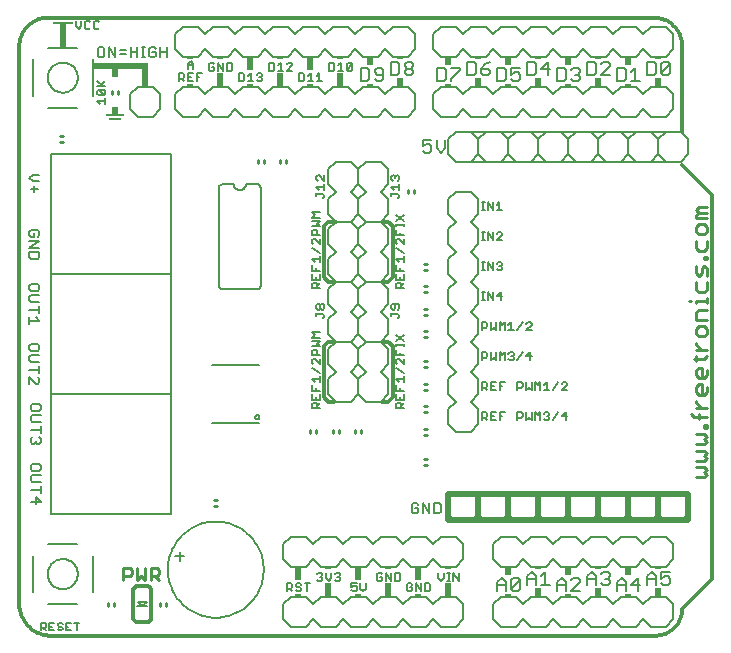
<source format=gto>
G75*
G70*
%OFA0B0*%
%FSLAX24Y24*%
%IPPOS*%
%LPD*%
%AMOC8*
5,1,8,0,0,1.08239X$1,22.5*
%
%ADD10C,0.0190*%
%ADD11C,0.0080*%
%ADD12C,0.0120*%
%ADD13C,0.0090*%
%ADD14C,0.0050*%
%ADD15C,0.0070*%
%ADD16C,0.0060*%
%ADD17R,0.0200X0.0450*%
%ADD18R,0.0200X0.0100*%
%ADD19R,0.0200X0.0300*%
%ADD20R,0.0200X0.0730*%
%ADD21R,0.1900X0.0200*%
%ADD22R,0.0200X0.0820*%
%ADD23R,0.0600X0.0090*%
%ADD24R,0.0405X0.0090*%
%ADD25R,0.0200X0.0250*%
%ADD26R,0.0700X0.0090*%
%ADD27C,0.0100*%
D10*
X014680Y004250D02*
X022680Y004250D01*
X022680Y004280D02*
X022680Y005080D01*
X022680Y005110D02*
X014680Y005110D01*
X014680Y005080D02*
X014680Y004280D01*
X015680Y004280D02*
X015680Y005080D01*
X016680Y005080D02*
X016680Y004280D01*
X017680Y004280D02*
X017680Y005080D01*
X018680Y005080D02*
X018680Y004280D01*
X019680Y004280D02*
X019680Y005080D01*
X020680Y005080D02*
X020680Y004280D01*
X021680Y004280D02*
X021680Y005080D01*
D11*
X021680Y004930D02*
X021430Y005180D01*
X020930Y005180D01*
X020680Y004930D01*
X020430Y005180D01*
X019930Y005180D01*
X019680Y004930D01*
X019430Y005180D01*
X018930Y005180D01*
X018680Y004930D01*
X018430Y005180D01*
X017930Y005180D01*
X017680Y004930D01*
X017430Y005180D01*
X016930Y005180D01*
X016680Y004930D01*
X016430Y005180D01*
X015930Y005180D01*
X015680Y004930D01*
X015430Y005180D01*
X014930Y005180D01*
X014680Y004930D01*
X014680Y004430D01*
X014930Y004180D01*
X015430Y004180D01*
X015680Y004430D01*
X015930Y004180D01*
X016430Y004180D01*
X016680Y004430D01*
X016930Y004180D01*
X017430Y004180D01*
X017680Y004430D01*
X017930Y004180D01*
X018430Y004180D01*
X018680Y004430D01*
X018930Y004180D01*
X019430Y004180D01*
X019680Y004430D01*
X019930Y004180D01*
X020430Y004180D01*
X020680Y004430D01*
X020930Y004180D01*
X021430Y004180D01*
X021680Y004430D01*
X021930Y004180D01*
X022430Y004180D01*
X022680Y004430D01*
X022680Y004930D01*
X022430Y005180D01*
X021930Y005180D01*
X021680Y004930D01*
X021430Y003680D02*
X021930Y003680D01*
X022180Y003430D01*
X022180Y002930D01*
X021930Y002680D01*
X021430Y002680D01*
X021180Y002930D01*
X020930Y002680D01*
X020430Y002680D01*
X020180Y002930D01*
X019930Y002680D01*
X019430Y002680D01*
X019180Y002930D01*
X018930Y002680D01*
X018430Y002680D01*
X018180Y002930D01*
X017930Y002680D01*
X017430Y002680D01*
X017180Y002930D01*
X016930Y002680D01*
X016430Y002680D01*
X016180Y002930D01*
X016180Y003430D01*
X016430Y003680D01*
X016930Y003680D01*
X017180Y003430D01*
X017430Y003680D01*
X017930Y003680D01*
X018180Y003430D01*
X018430Y003680D01*
X018930Y003680D01*
X019180Y003430D01*
X019430Y003680D01*
X019930Y003680D01*
X020180Y003430D01*
X020430Y003680D01*
X020930Y003680D01*
X021180Y003430D01*
X021430Y003680D01*
X021430Y001680D02*
X021930Y001680D01*
X022180Y001430D01*
X022180Y000930D01*
X021930Y000680D01*
X021430Y000680D01*
X021180Y000930D01*
X020930Y000680D01*
X020430Y000680D01*
X020180Y000930D01*
X019930Y000680D01*
X019430Y000680D01*
X019180Y000930D01*
X018930Y000680D01*
X018430Y000680D01*
X018180Y000930D01*
X017930Y000680D01*
X017430Y000680D01*
X017180Y000930D01*
X016930Y000680D01*
X016430Y000680D01*
X016180Y000930D01*
X016180Y001430D01*
X016430Y001680D01*
X016930Y001680D01*
X017180Y001430D01*
X017430Y001680D01*
X017930Y001680D01*
X018180Y001430D01*
X018430Y001680D01*
X018930Y001680D01*
X019180Y001430D01*
X019430Y001680D01*
X019930Y001680D01*
X020180Y001430D01*
X020430Y001680D01*
X020930Y001680D01*
X021180Y001430D01*
X021430Y001680D01*
X015180Y001430D02*
X015180Y000930D01*
X014930Y000680D01*
X014430Y000680D01*
X014180Y000930D01*
X013930Y000680D01*
X013430Y000680D01*
X013180Y000930D01*
X012930Y000680D01*
X012430Y000680D01*
X012180Y000930D01*
X011930Y000680D01*
X011430Y000680D01*
X011180Y000930D01*
X010930Y000680D01*
X010430Y000680D01*
X010180Y000930D01*
X009930Y000680D01*
X009430Y000680D01*
X009180Y000930D01*
X009180Y001430D01*
X009430Y001680D01*
X009930Y001680D01*
X010180Y001430D01*
X010430Y001680D01*
X010930Y001680D01*
X011180Y001430D01*
X011430Y001680D01*
X011930Y001680D01*
X012180Y001430D01*
X012430Y001680D01*
X012930Y001680D01*
X013180Y001430D01*
X013430Y001680D01*
X013930Y001680D01*
X014180Y001430D01*
X014430Y001680D01*
X014930Y001680D01*
X015180Y001430D01*
X014930Y002680D02*
X014430Y002680D01*
X014180Y002930D01*
X013930Y002680D01*
X013430Y002680D01*
X013180Y002930D01*
X012930Y002680D01*
X012430Y002680D01*
X012180Y002930D01*
X011930Y002680D01*
X011430Y002680D01*
X011180Y002930D01*
X010930Y002680D01*
X010430Y002680D01*
X010180Y002930D01*
X009930Y002680D01*
X009430Y002680D01*
X009180Y002930D01*
X009180Y003430D01*
X009430Y003680D01*
X009930Y003680D01*
X010180Y003430D01*
X010430Y003680D01*
X010930Y003680D01*
X011180Y003430D01*
X011430Y003680D01*
X011930Y003680D01*
X012180Y003430D01*
X012430Y003680D01*
X012930Y003680D01*
X013180Y003430D01*
X013430Y003680D01*
X013930Y003680D01*
X014180Y003430D01*
X014430Y003680D01*
X014930Y003680D01*
X015180Y003430D01*
X015180Y002930D01*
X014930Y002680D01*
X014930Y007180D02*
X014680Y007430D01*
X014680Y007930D01*
X014930Y008180D01*
X014680Y008430D01*
X014680Y008930D01*
X014930Y009180D01*
X014680Y009430D01*
X014680Y009930D01*
X014930Y010180D01*
X014680Y010430D01*
X014680Y010930D01*
X014930Y011180D01*
X014680Y011430D01*
X014680Y011930D01*
X014930Y012180D01*
X014680Y012430D01*
X014680Y012930D01*
X014930Y013180D01*
X014680Y013430D01*
X014680Y013930D01*
X014930Y014180D01*
X014680Y014430D01*
X014680Y014930D01*
X014930Y015180D01*
X015430Y015180D01*
X015680Y014930D01*
X015680Y014430D01*
X015430Y014180D01*
X015680Y013930D01*
X015680Y013430D01*
X015430Y013180D01*
X015680Y012930D01*
X015680Y012430D01*
X015430Y012180D01*
X015680Y011930D01*
X015680Y011430D01*
X015430Y011180D01*
X015680Y010930D01*
X015680Y010430D01*
X015430Y010180D01*
X015680Y009930D01*
X015680Y009430D01*
X015430Y009180D01*
X015680Y008930D01*
X015680Y008430D01*
X015430Y008180D01*
X015680Y007930D01*
X015680Y007430D01*
X015430Y007180D01*
X014930Y007180D01*
X012680Y008430D02*
X012680Y008930D01*
X012430Y009180D01*
X012680Y009430D01*
X012680Y009930D01*
X012430Y010180D01*
X011930Y010180D01*
X011680Y009930D01*
X011680Y009430D01*
X011930Y009180D01*
X011680Y008930D01*
X011680Y008430D01*
X011930Y008180D01*
X012430Y008180D01*
X012680Y008430D01*
X011680Y008430D02*
X011430Y008180D01*
X010930Y008180D01*
X010680Y008430D01*
X010680Y008930D01*
X010930Y009180D01*
X010680Y009430D01*
X010680Y009930D01*
X010930Y010180D01*
X011430Y010180D01*
X011680Y010430D01*
X011680Y010930D01*
X011930Y011180D01*
X011680Y011430D01*
X011680Y011930D01*
X011930Y012180D01*
X011680Y012430D01*
X011680Y012930D01*
X011930Y013180D01*
X011680Y013430D01*
X011680Y013930D01*
X011930Y014180D01*
X012430Y014180D01*
X012680Y013930D01*
X012680Y013430D01*
X012430Y013180D01*
X012680Y012930D01*
X012680Y012430D01*
X012430Y012180D01*
X011930Y012180D01*
X012430Y012180D01*
X012680Y011930D01*
X012680Y011430D01*
X012430Y011180D01*
X012680Y010930D01*
X012680Y010430D01*
X012430Y010180D01*
X011930Y010180D01*
X011680Y010430D01*
X011680Y010930D01*
X011430Y011180D01*
X011680Y011430D01*
X011680Y011930D01*
X011430Y012180D01*
X010930Y012180D01*
X010680Y012430D01*
X010680Y012930D01*
X010930Y013180D01*
X010680Y013430D01*
X010680Y013930D01*
X010930Y014180D01*
X011430Y014180D01*
X011680Y014430D01*
X011680Y014930D01*
X011930Y015180D01*
X011680Y015430D01*
X011680Y015930D01*
X011930Y016180D01*
X012430Y016180D01*
X012680Y015930D01*
X012680Y015430D01*
X012430Y015180D01*
X012680Y014930D01*
X012680Y014430D01*
X012430Y014180D01*
X011930Y014180D01*
X011680Y014430D01*
X011680Y014930D01*
X011430Y015180D01*
X011680Y015430D01*
X011680Y015930D01*
X011430Y016180D01*
X010930Y016180D01*
X010680Y015930D01*
X010680Y015430D01*
X010930Y015180D01*
X010680Y014930D01*
X010680Y014430D01*
X010930Y014180D01*
X011430Y014180D01*
X011680Y013930D01*
X011680Y013430D01*
X011430Y013180D01*
X011680Y012930D01*
X011680Y012430D01*
X011430Y012180D01*
X010930Y012180D01*
X010680Y011930D01*
X010680Y011430D01*
X010930Y011180D01*
X010680Y010930D01*
X010680Y010430D01*
X010930Y010180D01*
X011430Y010180D01*
X011680Y009930D01*
X011680Y009430D01*
X011430Y009180D01*
X011680Y008930D01*
X011680Y008430D01*
X004630Y001500D02*
X004330Y001500D01*
X004480Y001360D01*
X004650Y001360D01*
X004630Y001500D02*
X004480Y001359D01*
X004480Y001360D02*
X004310Y001360D01*
X002830Y001824D02*
X002830Y003036D01*
X002318Y003430D02*
X001342Y003430D01*
X000830Y003036D02*
X000830Y001824D01*
X001330Y001430D02*
X002318Y001430D01*
X001330Y002430D02*
X001332Y002474D01*
X001338Y002518D01*
X001348Y002561D01*
X001361Y002603D01*
X001378Y002644D01*
X001399Y002683D01*
X001423Y002720D01*
X001450Y002755D01*
X001480Y002787D01*
X001513Y002817D01*
X001549Y002843D01*
X001586Y002867D01*
X001626Y002886D01*
X001667Y002903D01*
X001710Y002915D01*
X001753Y002924D01*
X001797Y002929D01*
X001841Y002930D01*
X001885Y002927D01*
X001929Y002920D01*
X001972Y002909D01*
X002014Y002895D01*
X002054Y002877D01*
X002093Y002855D01*
X002129Y002831D01*
X002163Y002803D01*
X002195Y002772D01*
X002224Y002738D01*
X002250Y002702D01*
X002272Y002664D01*
X002291Y002624D01*
X002306Y002582D01*
X002318Y002540D01*
X002326Y002496D01*
X002330Y002452D01*
X002330Y002408D01*
X002326Y002364D01*
X002318Y002320D01*
X002306Y002278D01*
X002291Y002236D01*
X002272Y002196D01*
X002250Y002158D01*
X002224Y002122D01*
X002195Y002088D01*
X002163Y002057D01*
X002129Y002029D01*
X002093Y002005D01*
X002054Y001983D01*
X002014Y001965D01*
X001972Y001951D01*
X001929Y001940D01*
X001885Y001933D01*
X001841Y001930D01*
X001797Y001931D01*
X001753Y001936D01*
X001710Y001945D01*
X001667Y001957D01*
X001626Y001974D01*
X001586Y001993D01*
X001549Y002017D01*
X001513Y002043D01*
X001480Y002073D01*
X001450Y002105D01*
X001423Y002140D01*
X001399Y002177D01*
X001378Y002216D01*
X001361Y002257D01*
X001348Y002299D01*
X001338Y002342D01*
X001332Y002386D01*
X001330Y002430D01*
X014930Y016180D02*
X014680Y016430D01*
X014680Y016930D01*
X014930Y017180D01*
X015430Y017180D01*
X015680Y016930D01*
X015930Y017180D01*
X016430Y017180D01*
X016680Y016930D01*
X016930Y017180D01*
X017430Y017180D01*
X017680Y016930D01*
X017930Y017180D01*
X018430Y017180D01*
X018680Y016930D01*
X018930Y017180D01*
X019430Y017180D01*
X019680Y016930D01*
X019930Y017180D01*
X020430Y017180D01*
X020680Y016930D01*
X020930Y017180D01*
X021430Y017180D01*
X021680Y016930D01*
X021930Y017180D01*
X022430Y017180D01*
X022680Y016930D01*
X022680Y016430D01*
X022430Y016180D01*
X021930Y016180D01*
X021680Y016430D01*
X021430Y016180D01*
X020930Y016180D01*
X020680Y016430D01*
X020430Y016180D01*
X019930Y016180D01*
X019680Y016430D01*
X019430Y016180D01*
X018930Y016180D01*
X018680Y016430D01*
X018430Y016180D01*
X017930Y016180D01*
X017680Y016430D01*
X017430Y016180D01*
X016930Y016180D01*
X016680Y016430D01*
X016430Y016180D01*
X015930Y016180D01*
X015680Y016430D01*
X015430Y016180D01*
X014930Y016180D01*
X022180Y016180D01*
X021680Y016430D02*
X021680Y016930D01*
X022180Y017180D02*
X014930Y017180D01*
X014680Y016930D02*
X014680Y016430D01*
X014571Y016620D02*
X014431Y016480D01*
X014290Y016620D01*
X014290Y016900D01*
X014110Y016900D02*
X013830Y016900D01*
X013830Y016690D01*
X013970Y016760D01*
X014040Y016760D01*
X014110Y016690D01*
X014110Y016550D01*
X014040Y016480D01*
X013900Y016480D01*
X013830Y016550D01*
X014571Y016620D02*
X014571Y016900D01*
X014430Y017680D02*
X014180Y017930D01*
X014180Y018430D01*
X014430Y018680D01*
X014930Y018680D01*
X015180Y018430D01*
X015430Y018680D01*
X015930Y018680D01*
X016180Y018430D01*
X016430Y018680D01*
X016930Y018680D01*
X017180Y018430D01*
X017430Y018680D01*
X017930Y018680D01*
X018180Y018430D01*
X018430Y018680D01*
X018930Y018680D01*
X019180Y018430D01*
X019430Y018680D01*
X019930Y018680D01*
X020180Y018430D01*
X020430Y018680D01*
X020930Y018680D01*
X021180Y018430D01*
X021430Y018680D01*
X021930Y018680D01*
X022180Y018430D01*
X022180Y017930D01*
X021930Y017680D01*
X021430Y017680D01*
X021180Y017930D01*
X020930Y017680D01*
X020430Y017680D01*
X020180Y017930D01*
X019930Y017680D01*
X019430Y017680D01*
X019180Y017930D01*
X018930Y017680D01*
X018430Y017680D01*
X018180Y017930D01*
X017930Y017680D01*
X017430Y017680D01*
X017180Y017930D01*
X016930Y017680D01*
X016430Y017680D01*
X016180Y017930D01*
X015930Y017680D01*
X015430Y017680D01*
X015180Y017930D01*
X014930Y017680D01*
X014430Y017680D01*
X013580Y017930D02*
X013580Y018430D01*
X013330Y018680D01*
X012830Y018680D01*
X012580Y018430D01*
X012330Y018680D01*
X011830Y018680D01*
X011580Y018430D01*
X011330Y018680D01*
X010830Y018680D01*
X010580Y018430D01*
X010330Y018680D01*
X009830Y018680D01*
X009580Y018430D01*
X009330Y018680D01*
X008830Y018680D01*
X008580Y018430D01*
X008330Y018680D01*
X007830Y018680D01*
X007580Y018430D01*
X007330Y018680D01*
X006830Y018680D01*
X006580Y018430D01*
X006330Y018680D01*
X005830Y018680D01*
X005580Y018430D01*
X005580Y017930D01*
X005830Y017680D01*
X006330Y017680D01*
X006580Y017930D01*
X006830Y017680D01*
X007330Y017680D01*
X007580Y017930D01*
X007830Y017680D01*
X008330Y017680D01*
X008580Y017930D01*
X008830Y017680D01*
X009330Y017680D01*
X009580Y017930D01*
X009830Y017680D01*
X010330Y017680D01*
X010580Y017930D01*
X010830Y017680D01*
X011330Y017680D01*
X011580Y017930D01*
X011830Y017680D01*
X012330Y017680D01*
X012580Y017930D01*
X012830Y017680D01*
X013330Y017680D01*
X013580Y017930D01*
X013330Y019680D02*
X012830Y019680D01*
X012580Y019930D01*
X012330Y019680D01*
X011830Y019680D01*
X011580Y019930D01*
X011330Y019680D01*
X010830Y019680D01*
X010580Y019930D01*
X010330Y019680D01*
X009830Y019680D01*
X009580Y019930D01*
X009330Y019680D01*
X008830Y019680D01*
X008580Y019930D01*
X008330Y019680D01*
X007830Y019680D01*
X007580Y019930D01*
X007330Y019680D01*
X006830Y019680D01*
X006580Y019930D01*
X006330Y019680D01*
X005830Y019680D01*
X005580Y019930D01*
X005580Y020430D01*
X005830Y020680D01*
X006330Y020680D01*
X006580Y020430D01*
X006830Y020680D01*
X007330Y020680D01*
X007580Y020430D01*
X007830Y020680D01*
X008330Y020680D01*
X008580Y020430D01*
X008830Y020680D01*
X009330Y020680D01*
X009580Y020430D01*
X009830Y020680D01*
X010330Y020680D01*
X010580Y020430D01*
X010830Y020680D01*
X011330Y020680D01*
X011580Y020430D01*
X011830Y020680D01*
X012330Y020680D01*
X012580Y020430D01*
X012830Y020680D01*
X013330Y020680D01*
X013580Y020430D01*
X013580Y019930D01*
X013330Y019680D01*
X014180Y019930D02*
X014180Y020430D01*
X014430Y020680D01*
X014930Y020680D01*
X015180Y020430D01*
X015430Y020680D01*
X015930Y020680D01*
X016180Y020430D01*
X016430Y020680D01*
X016930Y020680D01*
X017180Y020430D01*
X017430Y020680D01*
X017930Y020680D01*
X018180Y020430D01*
X018430Y020680D01*
X018930Y020680D01*
X019180Y020430D01*
X019430Y020680D01*
X019930Y020680D01*
X020180Y020430D01*
X020430Y020680D01*
X020930Y020680D01*
X021180Y020430D01*
X021430Y020680D01*
X021930Y020680D01*
X022180Y020430D01*
X022180Y019930D01*
X021930Y019680D01*
X021430Y019680D01*
X021180Y019930D01*
X020930Y019680D01*
X020430Y019680D01*
X020180Y019930D01*
X019930Y019680D01*
X019430Y019680D01*
X019180Y019930D01*
X018930Y019680D01*
X018430Y019680D01*
X018180Y019930D01*
X017930Y019680D01*
X017430Y019680D01*
X017180Y019930D01*
X016930Y019680D01*
X016430Y019680D01*
X016180Y019930D01*
X015930Y019680D01*
X015430Y019680D01*
X015180Y019930D01*
X014930Y019680D01*
X014430Y019680D01*
X014180Y019930D01*
X015680Y016930D02*
X015680Y016430D01*
X016680Y016430D02*
X016680Y016930D01*
X017680Y016930D02*
X017680Y016430D01*
X018680Y016430D02*
X018680Y016930D01*
X019680Y016930D02*
X019680Y016430D01*
X020680Y016430D02*
X020680Y016930D01*
X005080Y017930D02*
X005080Y018430D01*
X004830Y018680D01*
X004330Y018680D01*
X004080Y018430D01*
X004080Y017930D01*
X004330Y017680D01*
X004830Y017680D01*
X005080Y017930D01*
X002830Y018374D02*
X002830Y019586D01*
X002318Y019980D02*
X001342Y019980D01*
X000830Y019586D02*
X000830Y018374D01*
X001330Y017980D02*
X002318Y017980D01*
X001330Y018980D02*
X001332Y019024D01*
X001338Y019068D01*
X001348Y019111D01*
X001361Y019153D01*
X001378Y019194D01*
X001399Y019233D01*
X001423Y019270D01*
X001450Y019305D01*
X001480Y019337D01*
X001513Y019367D01*
X001549Y019393D01*
X001586Y019417D01*
X001626Y019436D01*
X001667Y019453D01*
X001710Y019465D01*
X001753Y019474D01*
X001797Y019479D01*
X001841Y019480D01*
X001885Y019477D01*
X001929Y019470D01*
X001972Y019459D01*
X002014Y019445D01*
X002054Y019427D01*
X002093Y019405D01*
X002129Y019381D01*
X002163Y019353D01*
X002195Y019322D01*
X002224Y019288D01*
X002250Y019252D01*
X002272Y019214D01*
X002291Y019174D01*
X002306Y019132D01*
X002318Y019090D01*
X002326Y019046D01*
X002330Y019002D01*
X002330Y018958D01*
X002326Y018914D01*
X002318Y018870D01*
X002306Y018828D01*
X002291Y018786D01*
X002272Y018746D01*
X002250Y018708D01*
X002224Y018672D01*
X002195Y018638D01*
X002163Y018607D01*
X002129Y018579D01*
X002093Y018555D01*
X002054Y018533D01*
X002014Y018515D01*
X001972Y018501D01*
X001929Y018490D01*
X001885Y018483D01*
X001841Y018480D01*
X001797Y018481D01*
X001753Y018486D01*
X001710Y018495D01*
X001667Y018507D01*
X001626Y018524D01*
X001586Y018543D01*
X001549Y018567D01*
X001513Y018593D01*
X001480Y018623D01*
X001450Y018655D01*
X001423Y018690D01*
X001399Y018727D01*
X001378Y018766D01*
X001361Y018807D01*
X001348Y018849D01*
X001338Y018892D01*
X001332Y018936D01*
X001330Y018980D01*
D12*
X000380Y020030D02*
X000384Y020091D01*
X000391Y020152D01*
X000402Y020212D01*
X000417Y020272D01*
X000436Y020330D01*
X000458Y020387D01*
X000484Y020443D01*
X000513Y020496D01*
X000545Y020548D01*
X000581Y020598D01*
X000620Y020646D01*
X000662Y020690D01*
X000706Y020733D01*
X000753Y020772D01*
X000802Y020808D01*
X000854Y020841D01*
X000907Y020871D01*
X000963Y020898D01*
X001019Y020920D01*
X001078Y020940D01*
X001137Y020955D01*
X001197Y020967D01*
X001258Y020975D01*
X001319Y020979D01*
X001380Y020980D01*
X021480Y020980D01*
X022480Y020080D02*
X022480Y017180D01*
X022480Y016080D02*
X023480Y015080D01*
X023480Y002280D01*
X022480Y001280D01*
X022478Y001221D01*
X022472Y001163D01*
X022463Y001104D01*
X022449Y001047D01*
X022432Y000991D01*
X022411Y000936D01*
X022387Y000882D01*
X022359Y000830D01*
X022328Y000780D01*
X022294Y000732D01*
X022257Y000687D01*
X022216Y000644D01*
X022173Y000603D01*
X022128Y000566D01*
X022080Y000532D01*
X022030Y000501D01*
X021978Y000473D01*
X021924Y000449D01*
X021869Y000428D01*
X021813Y000411D01*
X021756Y000397D01*
X021697Y000388D01*
X021639Y000382D01*
X021580Y000380D01*
X001480Y000380D01*
X001417Y000379D01*
X001353Y000382D01*
X001290Y000388D01*
X001227Y000399D01*
X001165Y000413D01*
X001104Y000431D01*
X001045Y000452D01*
X000986Y000477D01*
X000930Y000506D01*
X000875Y000538D01*
X000822Y000573D01*
X000771Y000611D01*
X000723Y000652D01*
X000677Y000696D01*
X000634Y000743D01*
X000594Y000792D01*
X000557Y000844D01*
X000524Y000898D01*
X000493Y000954D01*
X000466Y001011D01*
X000443Y001070D01*
X000423Y001130D01*
X000406Y001192D01*
X000394Y001254D01*
X000385Y001317D01*
X000380Y001380D01*
X000380Y020030D01*
X010530Y014030D02*
X010530Y012330D01*
X010680Y012180D01*
X010880Y012180D01*
X012480Y012180D02*
X012680Y012180D01*
X012830Y012330D01*
X012830Y014030D01*
X012680Y014180D01*
X012480Y014180D01*
X010930Y014180D02*
X010680Y014180D01*
X010530Y014030D01*
X010680Y010180D02*
X010530Y010030D01*
X010530Y008330D01*
X010680Y008180D01*
X010880Y008180D01*
X012480Y008180D02*
X012680Y008180D01*
X012830Y008330D01*
X012830Y010030D01*
X012680Y010180D01*
X012480Y010180D01*
X010880Y010180D02*
X010680Y010180D01*
X004630Y002030D02*
X004330Y002030D01*
X004307Y002028D01*
X004284Y002023D01*
X004262Y002014D01*
X004242Y002001D01*
X004224Y001986D01*
X004209Y001968D01*
X004196Y001948D01*
X004187Y001926D01*
X004182Y001903D01*
X004180Y001880D01*
X004180Y000980D01*
X004182Y000957D01*
X004187Y000934D01*
X004196Y000912D01*
X004209Y000892D01*
X004224Y000874D01*
X004242Y000859D01*
X004262Y000846D01*
X004284Y000837D01*
X004307Y000832D01*
X004330Y000830D01*
X004630Y000830D01*
X004653Y000832D01*
X004676Y000837D01*
X004698Y000846D01*
X004718Y000859D01*
X004736Y000874D01*
X004751Y000892D01*
X004764Y000912D01*
X004773Y000934D01*
X004778Y000957D01*
X004780Y000980D01*
X004780Y001880D01*
X004778Y001903D01*
X004773Y001926D01*
X004764Y001948D01*
X004751Y001968D01*
X004736Y001986D01*
X004718Y002001D01*
X004698Y002014D01*
X004676Y002023D01*
X004653Y002028D01*
X004630Y002030D01*
X021480Y020980D02*
X021540Y020981D01*
X021599Y020978D01*
X021659Y020972D01*
X021718Y020962D01*
X021776Y020949D01*
X021833Y020931D01*
X021889Y020911D01*
X021944Y020886D01*
X021997Y020859D01*
X022048Y020828D01*
X022097Y020794D01*
X022144Y020757D01*
X022188Y020717D01*
X022230Y020674D01*
X022269Y020629D01*
X022305Y020581D01*
X022338Y020531D01*
X022368Y020480D01*
X022395Y020426D01*
X022418Y020371D01*
X022437Y020314D01*
X022454Y020257D01*
X022466Y020198D01*
X022475Y020139D01*
X022480Y020080D01*
D13*
X023040Y014651D02*
X023295Y014651D01*
X023295Y014481D02*
X023040Y014481D01*
X022955Y014566D01*
X023040Y014651D01*
X023040Y014481D02*
X022955Y014395D01*
X022955Y014310D01*
X023295Y014310D01*
X023210Y014098D02*
X023040Y014098D01*
X022955Y014013D01*
X022955Y013843D01*
X023040Y013758D01*
X023210Y013758D01*
X023295Y013843D01*
X023295Y014013D01*
X023210Y014098D01*
X023295Y013546D02*
X023295Y013291D01*
X023210Y013205D01*
X023040Y013205D01*
X022955Y013291D01*
X022955Y013546D01*
X023210Y013014D02*
X023295Y013014D01*
X023295Y012929D01*
X023210Y012929D01*
X023210Y013014D01*
X023210Y012717D02*
X023125Y012632D01*
X023125Y012462D01*
X023040Y012377D01*
X022955Y012462D01*
X022955Y012717D01*
X023210Y012717D02*
X023295Y012632D01*
X023295Y012377D01*
X023295Y012165D02*
X023295Y011909D01*
X023210Y011824D01*
X023040Y011824D01*
X022955Y011909D01*
X022955Y012165D01*
X022955Y011541D02*
X023295Y011541D01*
X023295Y011456D02*
X023295Y011626D01*
X022955Y011541D02*
X022955Y011456D01*
X022785Y011541D02*
X022699Y011541D01*
X023040Y011244D02*
X023295Y011244D01*
X023040Y011244D02*
X022955Y011159D01*
X022955Y010903D01*
X023295Y010903D01*
X023210Y010691D02*
X023040Y010691D01*
X022955Y010606D01*
X022955Y010436D01*
X023040Y010351D01*
X023210Y010351D01*
X023295Y010436D01*
X023295Y010606D01*
X023210Y010691D01*
X022955Y010146D02*
X022955Y010061D01*
X023125Y009891D01*
X023295Y009891D02*
X022955Y009891D01*
X022955Y009692D02*
X022955Y009522D01*
X022870Y009607D02*
X023210Y009607D01*
X023295Y009692D01*
X023125Y009310D02*
X023125Y008970D01*
X023210Y008970D02*
X023040Y008970D01*
X022955Y009055D01*
X022955Y009225D01*
X023040Y009310D01*
X023125Y009310D01*
X023295Y009225D02*
X023295Y009055D01*
X023210Y008970D01*
X023125Y008758D02*
X023125Y008417D01*
X023210Y008417D02*
X023040Y008417D01*
X022955Y008502D01*
X022955Y008673D01*
X023040Y008758D01*
X023125Y008758D01*
X023295Y008673D02*
X023295Y008502D01*
X023210Y008417D01*
X022955Y008212D02*
X022955Y008127D01*
X023125Y007957D01*
X023295Y007957D02*
X022955Y007957D01*
X023040Y007759D02*
X023040Y007589D01*
X022870Y007674D02*
X022785Y007759D01*
X022870Y007674D02*
X023295Y007674D01*
X023295Y007397D02*
X023295Y007312D01*
X023210Y007312D01*
X023210Y007397D01*
X023295Y007397D01*
X023210Y007100D02*
X022955Y007100D01*
X023210Y007100D02*
X023295Y007015D01*
X023210Y006930D01*
X023295Y006845D01*
X023210Y006760D01*
X022955Y006760D01*
X022955Y006548D02*
X023210Y006548D01*
X023295Y006463D01*
X023210Y006378D01*
X023295Y006293D01*
X023210Y006207D01*
X022955Y006207D01*
X022955Y005995D02*
X023210Y005995D01*
X023295Y005910D01*
X023210Y005825D01*
X023295Y005740D01*
X023210Y005655D01*
X022955Y005655D01*
X005049Y002567D02*
X005049Y002430D01*
X004981Y002362D01*
X004776Y002362D01*
X004913Y002362D02*
X005049Y002225D01*
X004776Y002225D02*
X004776Y002635D01*
X004981Y002635D01*
X005049Y002567D01*
X004589Y002635D02*
X004589Y002225D01*
X004452Y002362D01*
X004315Y002225D01*
X004315Y002635D01*
X004129Y002567D02*
X004129Y002430D01*
X004060Y002362D01*
X003855Y002362D01*
X003855Y002225D02*
X003855Y002635D01*
X004060Y002635D01*
X004129Y002567D01*
D14*
X001105Y000805D02*
X001105Y000555D01*
X001105Y000638D02*
X001230Y000638D01*
X001272Y000680D01*
X001272Y000764D01*
X001230Y000805D01*
X001105Y000805D01*
X001188Y000638D02*
X001272Y000555D01*
X001381Y000555D02*
X001548Y000555D01*
X001657Y000597D02*
X001699Y000555D01*
X001783Y000555D01*
X001824Y000597D01*
X001824Y000638D01*
X001783Y000680D01*
X001699Y000680D01*
X001657Y000722D01*
X001657Y000764D01*
X001699Y000805D01*
X001783Y000805D01*
X001824Y000764D01*
X001934Y000805D02*
X001934Y000555D01*
X002101Y000555D01*
X002017Y000680D02*
X001934Y000680D01*
X001934Y000805D02*
X002101Y000805D01*
X002210Y000805D02*
X002377Y000805D01*
X002293Y000805D02*
X002293Y000555D01*
X001548Y000805D02*
X001381Y000805D01*
X001381Y000555D01*
X001381Y000680D02*
X001465Y000680D01*
X009305Y001855D02*
X009305Y002125D01*
X009440Y002125D01*
X009485Y002080D01*
X009485Y001990D01*
X009440Y001945D01*
X009305Y001945D01*
X009395Y001945D02*
X009485Y001855D01*
X009600Y001900D02*
X009645Y001855D01*
X009735Y001855D01*
X009780Y001900D01*
X009780Y001945D01*
X009735Y001990D01*
X009645Y001990D01*
X009600Y002035D01*
X009600Y002080D01*
X009645Y002125D01*
X009735Y002125D01*
X009780Y002080D01*
X009894Y002125D02*
X010074Y002125D01*
X009984Y002125D02*
X009984Y001855D01*
X010350Y002205D02*
X010305Y002250D01*
X010350Y002205D02*
X010440Y002205D01*
X010485Y002250D01*
X010485Y002295D01*
X010440Y002340D01*
X010395Y002340D01*
X010440Y002340D02*
X010485Y002385D01*
X010485Y002430D01*
X010440Y002475D01*
X010350Y002475D01*
X010305Y002430D01*
X010600Y002475D02*
X010600Y002295D01*
X010690Y002205D01*
X010780Y002295D01*
X010780Y002475D01*
X010894Y002430D02*
X010939Y002475D01*
X011029Y002475D01*
X011074Y002430D01*
X011074Y002385D01*
X011029Y002340D01*
X011074Y002295D01*
X011074Y002250D01*
X011029Y002205D01*
X010939Y002205D01*
X010894Y002250D01*
X010984Y002340D02*
X011029Y002340D01*
X011455Y002125D02*
X011455Y001990D01*
X011545Y002035D01*
X011590Y002035D01*
X011635Y001990D01*
X011635Y001900D01*
X011590Y001855D01*
X011500Y001855D01*
X011455Y001900D01*
X011455Y002125D02*
X011635Y002125D01*
X011750Y002125D02*
X011750Y001945D01*
X011840Y001855D01*
X011930Y001945D01*
X011930Y002125D01*
X012305Y002250D02*
X012350Y002205D01*
X012440Y002205D01*
X012485Y002250D01*
X012485Y002340D01*
X012395Y002340D01*
X012305Y002430D02*
X012305Y002250D01*
X012305Y002430D02*
X012350Y002475D01*
X012440Y002475D01*
X012485Y002430D01*
X012600Y002475D02*
X012780Y002205D01*
X012780Y002475D01*
X012894Y002475D02*
X012894Y002205D01*
X013029Y002205D01*
X013074Y002250D01*
X013074Y002430D01*
X013029Y002475D01*
X012894Y002475D01*
X012600Y002475D02*
X012600Y002205D01*
X013305Y002080D02*
X013305Y001900D01*
X013350Y001855D01*
X013440Y001855D01*
X013485Y001900D01*
X013485Y001990D01*
X013395Y001990D01*
X013305Y002080D02*
X013350Y002125D01*
X013440Y002125D01*
X013485Y002080D01*
X013600Y002125D02*
X013780Y001855D01*
X013780Y002125D01*
X013894Y002125D02*
X013894Y001855D01*
X014029Y001855D01*
X014074Y001900D01*
X014074Y002080D01*
X014029Y002125D01*
X013894Y002125D01*
X013600Y002125D02*
X013600Y001855D01*
X014355Y002295D02*
X014445Y002205D01*
X014535Y002295D01*
X014535Y002475D01*
X014650Y002475D02*
X014740Y002475D01*
X014695Y002475D02*
X014695Y002205D01*
X014650Y002205D02*
X014740Y002205D01*
X014846Y002205D02*
X014846Y002475D01*
X015026Y002205D01*
X015026Y002475D01*
X014355Y002475D02*
X014355Y002295D01*
X015805Y007555D02*
X015805Y007825D01*
X015940Y007825D01*
X015985Y007780D01*
X015985Y007690D01*
X015940Y007645D01*
X015805Y007645D01*
X015895Y007645D02*
X015985Y007555D01*
X016100Y007555D02*
X016100Y007825D01*
X016280Y007825D01*
X016394Y007825D02*
X016574Y007825D01*
X016484Y007690D02*
X016394Y007690D01*
X016394Y007555D02*
X016394Y007825D01*
X016190Y007690D02*
X016100Y007690D01*
X016100Y007555D02*
X016280Y007555D01*
X016984Y007555D02*
X016984Y007825D01*
X017119Y007825D01*
X017164Y007780D01*
X017164Y007690D01*
X017119Y007645D01*
X016984Y007645D01*
X017278Y007555D02*
X017278Y007825D01*
X017458Y007825D02*
X017458Y007555D01*
X017368Y007645D01*
X017278Y007555D01*
X017573Y007555D02*
X017573Y007825D01*
X017663Y007735D01*
X017753Y007825D01*
X017753Y007555D01*
X017868Y007600D02*
X017913Y007555D01*
X018003Y007555D01*
X018048Y007600D01*
X018048Y007645D01*
X018003Y007690D01*
X017958Y007690D01*
X018003Y007690D02*
X018048Y007735D01*
X018048Y007780D01*
X018003Y007825D01*
X017913Y007825D01*
X017868Y007780D01*
X018162Y007555D02*
X018342Y007825D01*
X018457Y007690D02*
X018637Y007690D01*
X018592Y007555D02*
X018592Y007825D01*
X018457Y007690D01*
X018457Y008555D02*
X018637Y008735D01*
X018637Y008780D01*
X018592Y008825D01*
X018502Y008825D01*
X018457Y008780D01*
X018342Y008825D02*
X018162Y008555D01*
X018048Y008555D02*
X017868Y008555D01*
X017958Y008555D02*
X017958Y008825D01*
X017868Y008735D01*
X017753Y008825D02*
X017753Y008555D01*
X017573Y008555D02*
X017573Y008825D01*
X017663Y008735D01*
X017753Y008825D01*
X017458Y008825D02*
X017458Y008555D01*
X017368Y008645D01*
X017278Y008555D01*
X017278Y008825D01*
X017164Y008780D02*
X017164Y008690D01*
X017119Y008645D01*
X016984Y008645D01*
X016984Y008555D02*
X016984Y008825D01*
X017119Y008825D01*
X017164Y008780D01*
X016574Y008825D02*
X016394Y008825D01*
X016394Y008555D01*
X016280Y008555D02*
X016100Y008555D01*
X016100Y008825D01*
X016280Y008825D01*
X016190Y008690D02*
X016100Y008690D01*
X015985Y008690D02*
X015985Y008780D01*
X015940Y008825D01*
X015805Y008825D01*
X015805Y008555D01*
X015805Y008645D02*
X015940Y008645D01*
X015985Y008690D01*
X015895Y008645D02*
X015985Y008555D01*
X016394Y008690D02*
X016484Y008690D01*
X016394Y009555D02*
X016394Y009825D01*
X016484Y009735D01*
X016574Y009825D01*
X016574Y009555D01*
X016689Y009600D02*
X016734Y009555D01*
X016824Y009555D01*
X016869Y009600D01*
X016869Y009645D01*
X016824Y009690D01*
X016779Y009690D01*
X016824Y009690D02*
X016869Y009735D01*
X016869Y009780D01*
X016824Y009825D01*
X016734Y009825D01*
X016689Y009780D01*
X016280Y009825D02*
X016280Y009555D01*
X016190Y009645D01*
X016100Y009555D01*
X016100Y009825D01*
X015985Y009780D02*
X015985Y009690D01*
X015940Y009645D01*
X015805Y009645D01*
X015805Y009555D02*
X015805Y009825D01*
X015940Y009825D01*
X015985Y009780D01*
X016100Y010555D02*
X016190Y010645D01*
X016280Y010555D01*
X016280Y010825D01*
X016394Y010825D02*
X016484Y010735D01*
X016574Y010825D01*
X016574Y010555D01*
X016689Y010555D02*
X016869Y010555D01*
X016779Y010555D02*
X016779Y010825D01*
X016689Y010735D01*
X016394Y010825D02*
X016394Y010555D01*
X016100Y010555D02*
X016100Y010825D01*
X015985Y010780D02*
X015985Y010690D01*
X015940Y010645D01*
X015805Y010645D01*
X015805Y010555D02*
X015805Y010825D01*
X015940Y010825D01*
X015985Y010780D01*
X016001Y011555D02*
X016001Y011825D01*
X016182Y011555D01*
X016182Y011825D01*
X016296Y011690D02*
X016476Y011690D01*
X016431Y011555D02*
X016431Y011825D01*
X016296Y011690D01*
X015895Y011555D02*
X015805Y011555D01*
X015850Y011555D02*
X015850Y011825D01*
X015805Y011825D02*
X015895Y011825D01*
X015895Y012555D02*
X015805Y012555D01*
X015850Y012555D02*
X015850Y012825D01*
X015805Y012825D02*
X015895Y012825D01*
X016001Y012825D02*
X016182Y012555D01*
X016182Y012825D01*
X016296Y012780D02*
X016341Y012825D01*
X016431Y012825D01*
X016476Y012780D01*
X016476Y012735D01*
X016431Y012690D01*
X016476Y012645D01*
X016476Y012600D01*
X016431Y012555D01*
X016341Y012555D01*
X016296Y012600D01*
X016386Y012690D02*
X016431Y012690D01*
X016001Y012555D02*
X016001Y012825D01*
X016001Y013555D02*
X016001Y013825D01*
X016182Y013555D01*
X016182Y013825D01*
X016296Y013780D02*
X016341Y013825D01*
X016431Y013825D01*
X016476Y013780D01*
X016476Y013735D01*
X016296Y013555D01*
X016476Y013555D01*
X015895Y013555D02*
X015805Y013555D01*
X015850Y013555D02*
X015850Y013825D01*
X015805Y013825D02*
X015895Y013825D01*
X015895Y014555D02*
X015805Y014555D01*
X015850Y014555D02*
X015850Y014825D01*
X015805Y014825D02*
X015895Y014825D01*
X016001Y014825D02*
X016182Y014555D01*
X016182Y014825D01*
X016296Y014735D02*
X016386Y014825D01*
X016386Y014555D01*
X016296Y014555D02*
X016476Y014555D01*
X016001Y014555D02*
X016001Y014825D01*
X013205Y014394D02*
X012935Y014214D01*
X012935Y014108D02*
X012935Y014018D01*
X012935Y014063D02*
X013205Y014063D01*
X013205Y014018D02*
X013205Y014108D01*
X013205Y014214D02*
X012935Y014394D01*
X012935Y013903D02*
X012935Y013723D01*
X013205Y013723D01*
X013205Y013608D02*
X013205Y013428D01*
X013025Y013608D01*
X012980Y013608D01*
X012935Y013563D01*
X012935Y013473D01*
X012980Y013428D01*
X012935Y013314D02*
X013205Y013134D01*
X013205Y013019D02*
X013205Y012839D01*
X013205Y012929D02*
X012935Y012929D01*
X013025Y012839D01*
X012935Y012724D02*
X012935Y012544D01*
X013205Y012544D01*
X013205Y012430D02*
X013205Y012250D01*
X012935Y012250D01*
X012935Y012430D01*
X013070Y012340D02*
X013070Y012250D01*
X013070Y012135D02*
X013115Y012090D01*
X013115Y011955D01*
X013205Y011955D02*
X012935Y011955D01*
X012935Y012090D01*
X012980Y012135D01*
X013070Y012135D01*
X013115Y012045D02*
X013205Y012135D01*
X013070Y012544D02*
X013070Y012634D01*
X013070Y013723D02*
X013070Y013813D01*
X013010Y014955D02*
X013055Y015000D01*
X013055Y015045D01*
X013010Y015090D01*
X012785Y015090D01*
X012785Y015045D02*
X012785Y015135D01*
X012875Y015250D02*
X012785Y015340D01*
X013055Y015340D01*
X013055Y015250D02*
X013055Y015430D01*
X013010Y015544D02*
X013055Y015589D01*
X013055Y015679D01*
X013010Y015724D01*
X012965Y015724D01*
X012920Y015679D01*
X012920Y015634D01*
X012920Y015679D02*
X012875Y015724D01*
X012830Y015724D01*
X012785Y015679D01*
X012785Y015589D01*
X012830Y015544D01*
X010555Y015544D02*
X010375Y015724D01*
X010330Y015724D01*
X010285Y015679D01*
X010285Y015589D01*
X010330Y015544D01*
X010285Y015340D02*
X010555Y015340D01*
X010555Y015250D02*
X010555Y015430D01*
X010555Y015544D02*
X010555Y015724D01*
X010285Y015340D02*
X010375Y015250D01*
X010285Y015135D02*
X010285Y015045D01*
X010285Y015090D02*
X010510Y015090D01*
X010555Y015045D01*
X010555Y015000D01*
X010510Y014955D01*
X010405Y014492D02*
X010135Y014492D01*
X010225Y014402D01*
X010135Y014312D01*
X010405Y014312D01*
X010405Y014198D02*
X010135Y014198D01*
X010135Y014018D02*
X010405Y014018D01*
X010315Y014108D01*
X010405Y014198D01*
X010270Y013903D02*
X010180Y013903D01*
X010135Y013858D01*
X010135Y013723D01*
X010405Y013723D01*
X010315Y013723D02*
X010315Y013858D01*
X010270Y013903D01*
X010225Y013608D02*
X010180Y013608D01*
X010135Y013563D01*
X010135Y013473D01*
X010180Y013428D01*
X010135Y013314D02*
X010405Y013134D01*
X010405Y013019D02*
X010405Y012839D01*
X010405Y012929D02*
X010135Y012929D01*
X010225Y012839D01*
X010135Y012724D02*
X010135Y012544D01*
X010405Y012544D01*
X010405Y012430D02*
X010405Y012250D01*
X010135Y012250D01*
X010135Y012430D01*
X010270Y012340D02*
X010270Y012250D01*
X010270Y012135D02*
X010180Y012135D01*
X010135Y012090D01*
X010135Y011955D01*
X010405Y011955D01*
X010315Y011955D02*
X010315Y012090D01*
X010270Y012135D01*
X010315Y012045D02*
X010405Y012135D01*
X010270Y012544D02*
X010270Y012634D01*
X010405Y013428D02*
X010225Y013608D01*
X010405Y013608D02*
X010405Y013428D01*
X010375Y011430D02*
X010420Y011385D01*
X010420Y011295D01*
X010375Y011250D01*
X010330Y011250D01*
X010285Y011295D01*
X010285Y011385D01*
X010330Y011430D01*
X010375Y011430D01*
X010420Y011385D02*
X010465Y011430D01*
X010510Y011430D01*
X010555Y011385D01*
X010555Y011295D01*
X010510Y011250D01*
X010465Y011250D01*
X010420Y011295D01*
X010285Y011135D02*
X010285Y011045D01*
X010285Y011090D02*
X010510Y011090D01*
X010555Y011045D01*
X010555Y011000D01*
X010510Y010955D01*
X010405Y010492D02*
X010135Y010492D01*
X010225Y010402D01*
X010135Y010312D01*
X010405Y010312D01*
X010405Y010198D02*
X010135Y010198D01*
X010135Y010018D02*
X010405Y010018D01*
X010315Y010108D01*
X010405Y010198D01*
X010270Y009903D02*
X010180Y009903D01*
X010135Y009858D01*
X010135Y009723D01*
X010405Y009723D01*
X010315Y009723D02*
X010315Y009858D01*
X010270Y009903D01*
X010225Y009608D02*
X010180Y009608D01*
X010135Y009563D01*
X010135Y009473D01*
X010180Y009428D01*
X010135Y009314D02*
X010405Y009134D01*
X010405Y009019D02*
X010405Y008839D01*
X010405Y008929D02*
X010135Y008929D01*
X010225Y008839D01*
X010135Y008724D02*
X010135Y008544D01*
X010405Y008544D01*
X010405Y008430D02*
X010405Y008250D01*
X010135Y008250D01*
X010135Y008430D01*
X010270Y008340D02*
X010270Y008250D01*
X010270Y008135D02*
X010315Y008090D01*
X010315Y007955D01*
X010405Y007955D02*
X010135Y007955D01*
X010135Y008090D01*
X010180Y008135D01*
X010270Y008135D01*
X010315Y008045D02*
X010405Y008135D01*
X010270Y008544D02*
X010270Y008634D01*
X010405Y009428D02*
X010225Y009608D01*
X010405Y009608D02*
X010405Y009428D01*
X012785Y011045D02*
X012785Y011135D01*
X012785Y011090D02*
X013010Y011090D01*
X013055Y011045D01*
X013055Y011000D01*
X013010Y010955D01*
X013010Y011250D02*
X013055Y011295D01*
X013055Y011385D01*
X013010Y011430D01*
X012830Y011430D01*
X012785Y011385D01*
X012785Y011295D01*
X012830Y011250D01*
X012875Y011250D01*
X012920Y011295D01*
X012920Y011430D01*
X012935Y010394D02*
X013205Y010214D01*
X013205Y010108D02*
X013205Y010018D01*
X013205Y010063D02*
X012935Y010063D01*
X012935Y010018D02*
X012935Y010108D01*
X012935Y010214D02*
X013205Y010394D01*
X012935Y009903D02*
X012935Y009723D01*
X013205Y009723D01*
X013205Y009608D02*
X013205Y009428D01*
X013025Y009608D01*
X012980Y009608D01*
X012935Y009563D01*
X012935Y009473D01*
X012980Y009428D01*
X012935Y009314D02*
X013205Y009134D01*
X013205Y009019D02*
X013205Y008839D01*
X013205Y008929D02*
X012935Y008929D01*
X013025Y008839D01*
X012935Y008724D02*
X012935Y008544D01*
X013205Y008544D01*
X013205Y008430D02*
X013205Y008250D01*
X012935Y008250D01*
X012935Y008430D01*
X013070Y008340D02*
X013070Y008250D01*
X013070Y008135D02*
X013115Y008090D01*
X013115Y007955D01*
X013205Y007955D02*
X012935Y007955D01*
X012935Y008090D01*
X012980Y008135D01*
X013070Y008135D01*
X013115Y008045D02*
X013205Y008135D01*
X013070Y008544D02*
X013070Y008634D01*
X013070Y009723D02*
X013070Y009813D01*
X016984Y009555D02*
X017164Y009825D01*
X017278Y009690D02*
X017458Y009690D01*
X017413Y009555D02*
X017413Y009825D01*
X017278Y009690D01*
X017278Y010555D02*
X017458Y010735D01*
X017458Y010780D01*
X017413Y010825D01*
X017323Y010825D01*
X017278Y010780D01*
X017164Y010825D02*
X016984Y010555D01*
X017278Y010555D02*
X017458Y010555D01*
X018457Y008555D02*
X018637Y008555D01*
X010474Y018855D02*
X010294Y018855D01*
X010384Y018855D02*
X010384Y019125D01*
X010294Y019035D01*
X010180Y018855D02*
X010000Y018855D01*
X010090Y018855D02*
X010090Y019125D01*
X010000Y019035D01*
X009885Y019080D02*
X009840Y019125D01*
X009705Y019125D01*
X009705Y018855D01*
X009840Y018855D01*
X009885Y018900D01*
X009885Y019080D01*
X009474Y019205D02*
X009294Y019205D01*
X009474Y019385D01*
X009474Y019430D01*
X009429Y019475D01*
X009339Y019475D01*
X009294Y019430D01*
X009090Y019475D02*
X009090Y019205D01*
X009000Y019205D02*
X009180Y019205D01*
X009000Y019385D02*
X009090Y019475D01*
X008885Y019430D02*
X008840Y019475D01*
X008705Y019475D01*
X008705Y019205D01*
X008840Y019205D01*
X008885Y019250D01*
X008885Y019430D01*
X008474Y019080D02*
X008474Y019035D01*
X008429Y018990D01*
X008474Y018945D01*
X008474Y018900D01*
X008429Y018855D01*
X008339Y018855D01*
X008294Y018900D01*
X008180Y018855D02*
X008000Y018855D01*
X008090Y018855D02*
X008090Y019125D01*
X008000Y019035D01*
X007885Y019080D02*
X007840Y019125D01*
X007705Y019125D01*
X007705Y018855D01*
X007840Y018855D01*
X007885Y018900D01*
X007885Y019080D01*
X008294Y019080D02*
X008339Y019125D01*
X008429Y019125D01*
X008474Y019080D01*
X008429Y018990D02*
X008384Y018990D01*
X007474Y019250D02*
X007429Y019205D01*
X007294Y019205D01*
X007294Y019475D01*
X007429Y019475D01*
X007474Y019430D01*
X007474Y019250D01*
X007180Y019205D02*
X007180Y019475D01*
X007000Y019475D02*
X007180Y019205D01*
X007000Y019205D02*
X007000Y019475D01*
X006885Y019430D02*
X006840Y019475D01*
X006750Y019475D01*
X006705Y019430D01*
X006705Y019250D01*
X006750Y019205D01*
X006840Y019205D01*
X006885Y019250D01*
X006885Y019340D01*
X006795Y019340D01*
X006474Y019125D02*
X006294Y019125D01*
X006294Y018855D01*
X006180Y018855D02*
X006000Y018855D01*
X006000Y019125D01*
X006180Y019125D01*
X006185Y019255D02*
X006185Y019435D01*
X006095Y019525D01*
X006005Y019435D01*
X006005Y019255D01*
X006005Y019390D02*
X006185Y019390D01*
X005885Y019080D02*
X005885Y018990D01*
X005840Y018945D01*
X005705Y018945D01*
X005705Y018855D02*
X005705Y019125D01*
X005840Y019125D01*
X005885Y019080D01*
X006000Y018990D02*
X006090Y018990D01*
X006294Y018990D02*
X006384Y018990D01*
X005885Y018855D02*
X005795Y018945D01*
X003255Y018874D02*
X003120Y018739D01*
X003165Y018694D02*
X002985Y018874D01*
X002985Y018694D02*
X003255Y018694D01*
X003210Y018580D02*
X003030Y018580D01*
X003210Y018400D01*
X003255Y018445D01*
X003255Y018535D01*
X003210Y018580D01*
X003030Y018580D02*
X002985Y018535D01*
X002985Y018445D01*
X003030Y018400D01*
X003210Y018400D01*
X003255Y018285D02*
X003255Y018105D01*
X003255Y018195D02*
X002985Y018195D01*
X003075Y018105D01*
X002999Y020595D02*
X003044Y020640D01*
X002999Y020595D02*
X002909Y020595D01*
X002864Y020640D01*
X002864Y020820D01*
X002909Y020865D01*
X002999Y020865D01*
X003044Y020820D01*
X002750Y020820D02*
X002705Y020865D01*
X002615Y020865D01*
X002570Y020820D01*
X002570Y020640D01*
X002615Y020595D01*
X002705Y020595D01*
X002750Y020640D01*
X002455Y020685D02*
X002455Y020865D01*
X002455Y020685D02*
X002365Y020595D01*
X002275Y020685D01*
X002275Y020865D01*
X010705Y019475D02*
X010705Y019205D01*
X010840Y019205D01*
X010885Y019250D01*
X010885Y019430D01*
X010840Y019475D01*
X010705Y019475D01*
X011000Y019385D02*
X011090Y019475D01*
X011090Y019205D01*
X011000Y019205D02*
X011180Y019205D01*
X011294Y019250D02*
X011474Y019430D01*
X011474Y019250D01*
X011429Y019205D01*
X011339Y019205D01*
X011294Y019250D01*
X011294Y019430D01*
X011339Y019475D01*
X011429Y019475D01*
X011474Y019430D01*
D15*
X011765Y019295D02*
X011980Y019295D01*
X012052Y019224D01*
X012052Y018937D01*
X011980Y018865D01*
X011765Y018865D01*
X011765Y019295D01*
X012225Y019224D02*
X012225Y019152D01*
X012297Y019080D01*
X012512Y019080D01*
X012512Y018937D02*
X012512Y019224D01*
X012441Y019295D01*
X012297Y019295D01*
X012225Y019224D01*
X012225Y018937D02*
X012297Y018865D01*
X012441Y018865D01*
X012512Y018937D01*
X012765Y019065D02*
X012980Y019065D01*
X013052Y019137D01*
X013052Y019424D01*
X012980Y019495D01*
X012765Y019495D01*
X012765Y019065D01*
X013225Y019137D02*
X013225Y019208D01*
X013297Y019280D01*
X013441Y019280D01*
X013512Y019208D01*
X013512Y019137D01*
X013441Y019065D01*
X013297Y019065D01*
X013225Y019137D01*
X013297Y019280D02*
X013225Y019352D01*
X013225Y019424D01*
X013297Y019495D01*
X013441Y019495D01*
X013512Y019424D01*
X013512Y019352D01*
X013441Y019280D01*
X014315Y019295D02*
X014315Y018865D01*
X014530Y018865D01*
X014602Y018937D01*
X014602Y019224D01*
X014530Y019295D01*
X014315Y019295D01*
X014775Y019295D02*
X015062Y019295D01*
X015062Y019224D01*
X014775Y018937D01*
X014775Y018865D01*
X015315Y019065D02*
X015315Y019495D01*
X015530Y019495D01*
X015602Y019424D01*
X015602Y019137D01*
X015530Y019065D01*
X015315Y019065D01*
X015775Y019137D02*
X015847Y019065D01*
X015991Y019065D01*
X016062Y019137D01*
X016062Y019208D01*
X015991Y019280D01*
X015775Y019280D01*
X015775Y019137D01*
X015775Y019280D02*
X015919Y019424D01*
X016062Y019495D01*
X016315Y019295D02*
X016530Y019295D01*
X016602Y019224D01*
X016602Y018937D01*
X016530Y018865D01*
X016315Y018865D01*
X016315Y019295D01*
X016775Y019295D02*
X016775Y019080D01*
X016919Y019152D01*
X016991Y019152D01*
X017062Y019080D01*
X017062Y018937D01*
X016991Y018865D01*
X016847Y018865D01*
X016775Y018937D01*
X016775Y019295D02*
X017062Y019295D01*
X017315Y019495D02*
X017315Y019065D01*
X017530Y019065D01*
X017602Y019137D01*
X017602Y019424D01*
X017530Y019495D01*
X017315Y019495D01*
X017775Y019280D02*
X018062Y019280D01*
X017991Y019065D02*
X017991Y019495D01*
X017775Y019280D01*
X018315Y019295D02*
X018315Y018865D01*
X018530Y018865D01*
X018602Y018937D01*
X018602Y019224D01*
X018530Y019295D01*
X018315Y019295D01*
X018775Y019224D02*
X018847Y019295D01*
X018991Y019295D01*
X019062Y019224D01*
X019062Y019152D01*
X018991Y019080D01*
X019062Y019008D01*
X019062Y018937D01*
X018991Y018865D01*
X018847Y018865D01*
X018775Y018937D01*
X018919Y019080D02*
X018991Y019080D01*
X019315Y019065D02*
X019530Y019065D01*
X019602Y019137D01*
X019602Y019424D01*
X019530Y019495D01*
X019315Y019495D01*
X019315Y019065D01*
X019775Y019065D02*
X020062Y019352D01*
X020062Y019424D01*
X019991Y019495D01*
X019847Y019495D01*
X019775Y019424D01*
X019775Y019065D02*
X020062Y019065D01*
X020315Y018865D02*
X020530Y018865D01*
X020602Y018937D01*
X020602Y019224D01*
X020530Y019295D01*
X020315Y019295D01*
X020315Y018865D01*
X020775Y018865D02*
X021062Y018865D01*
X020919Y018865D02*
X020919Y019295D01*
X020775Y019152D01*
X021315Y019065D02*
X021315Y019495D01*
X021530Y019495D01*
X021602Y019424D01*
X021602Y019137D01*
X021530Y019065D01*
X021315Y019065D01*
X021775Y019137D02*
X022062Y019424D01*
X022062Y019137D01*
X021991Y019065D01*
X021847Y019065D01*
X021775Y019137D01*
X021775Y019424D01*
X021847Y019495D01*
X021991Y019495D01*
X022062Y019424D01*
X022062Y002495D02*
X021775Y002495D01*
X021775Y002280D01*
X021919Y002352D01*
X021991Y002352D01*
X022062Y002280D01*
X022062Y002137D01*
X021991Y002065D01*
X021847Y002065D01*
X021775Y002137D01*
X021602Y002065D02*
X021602Y002352D01*
X021458Y002495D01*
X021315Y002352D01*
X021315Y002065D01*
X021315Y002280D02*
X021602Y002280D01*
X021062Y002080D02*
X020775Y002080D01*
X020991Y002295D01*
X020991Y001865D01*
X020602Y001865D02*
X020602Y002152D01*
X020458Y002295D01*
X020315Y002152D01*
X020315Y001865D01*
X020315Y002080D02*
X020602Y002080D01*
X020062Y002137D02*
X019991Y002065D01*
X019847Y002065D01*
X019775Y002137D01*
X019602Y002065D02*
X019602Y002352D01*
X019458Y002495D01*
X019315Y002352D01*
X019315Y002065D01*
X019315Y002280D02*
X019602Y002280D01*
X019775Y002424D02*
X019847Y002495D01*
X019991Y002495D01*
X020062Y002424D01*
X020062Y002352D01*
X019991Y002280D01*
X020062Y002208D01*
X020062Y002137D01*
X019991Y002280D02*
X019919Y002280D01*
X019062Y002224D02*
X018991Y002295D01*
X018847Y002295D01*
X018775Y002224D01*
X018602Y002152D02*
X018602Y001865D01*
X018775Y001865D02*
X019062Y002152D01*
X019062Y002224D01*
X019062Y001865D02*
X018775Y001865D01*
X018602Y002080D02*
X018315Y002080D01*
X018315Y002152D02*
X018315Y001865D01*
X018062Y002065D02*
X017775Y002065D01*
X017919Y002065D02*
X017919Y002495D01*
X017775Y002352D01*
X017602Y002352D02*
X017602Y002065D01*
X017602Y002280D02*
X017315Y002280D01*
X017315Y002352D02*
X017315Y002065D01*
X017062Y001937D02*
X016991Y001865D01*
X016847Y001865D01*
X016775Y001937D01*
X017062Y002224D01*
X017062Y001937D01*
X016775Y001937D02*
X016775Y002224D01*
X016847Y002295D01*
X016991Y002295D01*
X017062Y002224D01*
X017315Y002352D02*
X017458Y002495D01*
X017602Y002352D01*
X018315Y002152D02*
X018458Y002295D01*
X018602Y002152D01*
X016602Y002152D02*
X016602Y001865D01*
X016602Y002080D02*
X016315Y002080D01*
X016315Y002152D02*
X016315Y001865D01*
X016315Y002152D02*
X016458Y002295D01*
X016602Y002152D01*
D16*
X014367Y004460D02*
X014197Y004460D01*
X014197Y004800D01*
X014367Y004800D01*
X014423Y004744D01*
X014423Y004517D01*
X014367Y004460D01*
X014055Y004460D02*
X014055Y004800D01*
X013828Y004800D02*
X014055Y004460D01*
X013828Y004460D02*
X013828Y004800D01*
X013687Y004744D02*
X013630Y004800D01*
X013517Y004800D01*
X013460Y004744D01*
X013460Y004517D01*
X013517Y004460D01*
X013630Y004460D01*
X013687Y004517D01*
X013687Y004630D01*
X013573Y004630D01*
X008377Y007460D02*
X006793Y007460D01*
X008240Y007665D02*
X008242Y007681D01*
X008247Y007696D01*
X008256Y007710D01*
X008268Y007721D01*
X008282Y007729D01*
X008298Y007734D01*
X008314Y007735D01*
X008330Y007732D01*
X008345Y007726D01*
X008358Y007716D01*
X008368Y007703D01*
X008376Y007689D01*
X008380Y007673D01*
X008380Y007657D01*
X008376Y007641D01*
X008368Y007627D01*
X008358Y007614D01*
X008345Y007604D01*
X008330Y007598D01*
X008314Y007595D01*
X008298Y007596D01*
X008282Y007601D01*
X008268Y007609D01*
X008256Y007620D01*
X008247Y007634D01*
X008242Y007649D01*
X008240Y007665D01*
X008377Y009410D02*
X006793Y009410D01*
X005430Y008430D02*
X001430Y008430D01*
X001430Y004430D01*
X005430Y004430D01*
X005430Y008430D01*
X001430Y008430D01*
X001430Y012430D01*
X005430Y012430D01*
X005430Y008430D01*
X007173Y011930D02*
X008288Y011930D01*
X008311Y011932D01*
X008334Y011937D01*
X008356Y011946D01*
X008376Y011959D01*
X008394Y011974D01*
X008409Y011992D01*
X008422Y012012D01*
X008431Y012034D01*
X008436Y012057D01*
X008438Y012080D01*
X008438Y012068D02*
X008438Y015269D01*
X008438Y015280D02*
X008436Y015303D01*
X008431Y015326D01*
X008422Y015348D01*
X008409Y015368D01*
X008394Y015386D01*
X008376Y015401D01*
X008356Y015414D01*
X008334Y015423D01*
X008311Y015428D01*
X008288Y015430D01*
X007930Y015430D01*
X007928Y015403D01*
X007923Y015376D01*
X007913Y015350D01*
X007901Y015326D01*
X007885Y015304D01*
X007867Y015284D01*
X007845Y015267D01*
X007822Y015252D01*
X007797Y015242D01*
X007771Y015234D01*
X007744Y015230D01*
X007716Y015230D01*
X007689Y015234D01*
X007663Y015242D01*
X007638Y015252D01*
X007615Y015267D01*
X007593Y015284D01*
X007575Y015304D01*
X007559Y015326D01*
X007547Y015350D01*
X007537Y015376D01*
X007532Y015403D01*
X007530Y015430D01*
X007173Y015430D01*
X007150Y015428D01*
X007127Y015423D01*
X007105Y015414D01*
X007085Y015401D01*
X007067Y015386D01*
X007052Y015368D01*
X007039Y015348D01*
X007030Y015326D01*
X007025Y015303D01*
X007023Y015280D01*
X007023Y015269D02*
X007023Y012068D01*
X007023Y012080D02*
X007025Y012057D01*
X007030Y012034D01*
X007039Y012012D01*
X007052Y011992D01*
X007067Y011974D01*
X007085Y011959D01*
X007105Y011946D01*
X007127Y011937D01*
X007150Y011932D01*
X007173Y011930D01*
X005430Y012430D02*
X001430Y012430D01*
X001430Y016430D01*
X005430Y016430D01*
X005430Y012430D01*
X001050Y012043D02*
X001050Y011930D01*
X000994Y011873D01*
X000767Y011873D01*
X000710Y011930D01*
X000710Y012043D01*
X000767Y012100D01*
X000994Y012100D01*
X001050Y012043D01*
X001050Y011732D02*
X000767Y011732D01*
X000710Y011675D01*
X000710Y011562D01*
X000767Y011505D01*
X001050Y011505D01*
X001050Y011363D02*
X001050Y011137D01*
X001050Y011250D02*
X000710Y011250D01*
X000710Y010995D02*
X000710Y010768D01*
X000710Y010882D02*
X001050Y010882D01*
X000937Y010995D01*
X000994Y010100D02*
X000767Y010100D01*
X000710Y010043D01*
X000710Y009930D01*
X000767Y009873D01*
X000994Y009873D01*
X001050Y009930D01*
X001050Y010043D01*
X000994Y010100D01*
X001050Y009732D02*
X000767Y009732D01*
X000710Y009675D01*
X000710Y009562D01*
X000767Y009505D01*
X001050Y009505D01*
X001050Y009363D02*
X001050Y009137D01*
X001050Y009250D02*
X000710Y009250D01*
X000710Y008995D02*
X000937Y008768D01*
X000994Y008768D01*
X001050Y008825D01*
X001050Y008938D01*
X000994Y008995D01*
X000710Y008995D02*
X000710Y008768D01*
X000817Y008100D02*
X000760Y008043D01*
X000760Y007930D01*
X000817Y007873D01*
X001044Y007873D01*
X001100Y007930D01*
X001100Y008043D01*
X001044Y008100D01*
X000817Y008100D01*
X000817Y007732D02*
X000760Y007675D01*
X000760Y007562D01*
X000817Y007505D01*
X001100Y007505D01*
X001100Y007363D02*
X001100Y007137D01*
X001100Y007250D02*
X000760Y007250D01*
X000817Y006995D02*
X000760Y006938D01*
X000760Y006825D01*
X000817Y006768D01*
X000873Y006768D01*
X000930Y006825D01*
X000930Y006882D01*
X000930Y006825D02*
X000987Y006768D01*
X001044Y006768D01*
X001100Y006825D01*
X001100Y006938D01*
X001044Y006995D01*
X001100Y007732D02*
X000817Y007732D01*
X000817Y006100D02*
X000760Y006043D01*
X000760Y005930D01*
X000817Y005873D01*
X001044Y005873D01*
X001100Y005930D01*
X001100Y006043D01*
X001044Y006100D01*
X000817Y006100D01*
X000817Y005732D02*
X000760Y005675D01*
X000760Y005562D01*
X000817Y005505D01*
X001100Y005505D01*
X001100Y005363D02*
X001100Y005137D01*
X001100Y005250D02*
X000760Y005250D01*
X000930Y004995D02*
X000930Y004768D01*
X000760Y004825D02*
X001100Y004825D01*
X000930Y004995D01*
X000817Y005732D02*
X001100Y005732D01*
X005580Y003030D02*
X005880Y003030D01*
X005730Y002880D02*
X005730Y003180D01*
X005330Y002580D02*
X005332Y002660D01*
X005338Y002739D01*
X005348Y002818D01*
X005362Y002897D01*
X005379Y002975D01*
X005401Y003052D01*
X005426Y003127D01*
X005456Y003201D01*
X005488Y003274D01*
X005525Y003345D01*
X005565Y003414D01*
X005608Y003481D01*
X005655Y003546D01*
X005704Y003608D01*
X005757Y003668D01*
X005813Y003725D01*
X005871Y003780D01*
X005932Y003831D01*
X005996Y003879D01*
X006062Y003924D01*
X006130Y003966D01*
X006200Y004004D01*
X006272Y004038D01*
X006345Y004069D01*
X006420Y004097D01*
X006497Y004120D01*
X006574Y004140D01*
X006652Y004156D01*
X006731Y004168D01*
X006810Y004176D01*
X006890Y004180D01*
X006970Y004180D01*
X007050Y004176D01*
X007129Y004168D01*
X007208Y004156D01*
X007286Y004140D01*
X007363Y004120D01*
X007440Y004097D01*
X007515Y004069D01*
X007588Y004038D01*
X007660Y004004D01*
X007730Y003966D01*
X007798Y003924D01*
X007864Y003879D01*
X007928Y003831D01*
X007989Y003780D01*
X008047Y003725D01*
X008103Y003668D01*
X008156Y003608D01*
X008205Y003546D01*
X008252Y003481D01*
X008295Y003414D01*
X008335Y003345D01*
X008372Y003274D01*
X008404Y003201D01*
X008434Y003127D01*
X008459Y003052D01*
X008481Y002975D01*
X008498Y002897D01*
X008512Y002818D01*
X008522Y002739D01*
X008528Y002660D01*
X008530Y002580D01*
X008528Y002500D01*
X008522Y002421D01*
X008512Y002342D01*
X008498Y002263D01*
X008481Y002185D01*
X008459Y002108D01*
X008434Y002033D01*
X008404Y001959D01*
X008372Y001886D01*
X008335Y001815D01*
X008295Y001746D01*
X008252Y001679D01*
X008205Y001614D01*
X008156Y001552D01*
X008103Y001492D01*
X008047Y001435D01*
X007989Y001380D01*
X007928Y001329D01*
X007864Y001281D01*
X007798Y001236D01*
X007730Y001194D01*
X007660Y001156D01*
X007588Y001122D01*
X007515Y001091D01*
X007440Y001063D01*
X007363Y001040D01*
X007286Y001020D01*
X007208Y001004D01*
X007129Y000992D01*
X007050Y000984D01*
X006970Y000980D01*
X006890Y000980D01*
X006810Y000984D01*
X006731Y000992D01*
X006652Y001004D01*
X006574Y001020D01*
X006497Y001040D01*
X006420Y001063D01*
X006345Y001091D01*
X006272Y001122D01*
X006200Y001156D01*
X006130Y001194D01*
X006062Y001236D01*
X005996Y001281D01*
X005932Y001329D01*
X005871Y001380D01*
X005813Y001435D01*
X005757Y001492D01*
X005704Y001552D01*
X005655Y001614D01*
X005608Y001679D01*
X005565Y001746D01*
X005525Y001815D01*
X005488Y001886D01*
X005456Y001959D01*
X005426Y002033D01*
X005401Y002108D01*
X005379Y002185D01*
X005362Y002263D01*
X005348Y002342D01*
X005338Y002421D01*
X005332Y002500D01*
X005330Y002580D01*
X000994Y012937D02*
X000767Y012937D01*
X000710Y012993D01*
X000710Y013163D01*
X001050Y013163D01*
X001050Y012993D01*
X000994Y012937D01*
X001050Y013305D02*
X000710Y013305D01*
X001050Y013532D01*
X000710Y013532D01*
X000767Y013673D02*
X000710Y013730D01*
X000710Y013843D01*
X000767Y013900D01*
X000994Y013900D01*
X001050Y013843D01*
X001050Y013730D01*
X000994Y013673D01*
X000880Y013673D02*
X000880Y013787D01*
X000880Y013673D02*
X000767Y013673D01*
X000880Y015155D02*
X000880Y015382D01*
X000823Y015523D02*
X001050Y015523D01*
X000823Y015523D02*
X000710Y015637D01*
X000823Y015750D01*
X001050Y015750D01*
X000994Y015268D02*
X000767Y015268D01*
X003047Y019660D02*
X003160Y019660D01*
X003217Y019717D01*
X003217Y019944D01*
X003160Y020000D01*
X003047Y020000D01*
X002990Y019944D01*
X002990Y019717D01*
X003047Y019660D01*
X003358Y019660D02*
X003358Y020000D01*
X003585Y019660D01*
X003585Y020000D01*
X003727Y019887D02*
X003953Y019887D01*
X003953Y019773D02*
X003727Y019773D01*
X004095Y019830D02*
X004322Y019830D01*
X004322Y020000D02*
X004322Y019660D01*
X004463Y019660D02*
X004577Y019660D01*
X004520Y019660D02*
X004520Y020000D01*
X004463Y020000D02*
X004577Y020000D01*
X004709Y019944D02*
X004709Y019717D01*
X004766Y019660D01*
X004879Y019660D01*
X004936Y019717D01*
X004936Y019830D01*
X004822Y019830D01*
X004709Y019944D02*
X004766Y020000D01*
X004879Y020000D01*
X004936Y019944D01*
X005077Y020000D02*
X005077Y019660D01*
X005077Y019830D02*
X005304Y019830D01*
X005304Y020000D02*
X005304Y019660D01*
X004095Y019660D02*
X004095Y020000D01*
D17*
X007080Y018905D03*
X008080Y019455D03*
X009080Y018905D03*
X010080Y019455D03*
X011080Y018905D03*
X011680Y002455D03*
X010680Y001905D03*
X009680Y002455D03*
X012680Y001905D03*
X013680Y002455D03*
X014680Y001905D03*
D18*
X014680Y002630D03*
X013680Y001730D03*
X012680Y002630D03*
X011680Y001730D03*
X010680Y002630D03*
X009680Y001730D03*
X016680Y001730D03*
X017680Y002630D03*
X018680Y001730D03*
X019680Y002630D03*
X020680Y001730D03*
X021680Y002630D03*
X020680Y018730D03*
X019680Y019630D03*
X018680Y018730D03*
X017680Y019630D03*
X016680Y018730D03*
X015680Y019630D03*
X014680Y018730D03*
X013080Y019630D03*
X012080Y018730D03*
X011080Y019630D03*
X010080Y018730D03*
X009080Y019630D03*
X008080Y018730D03*
X007080Y019630D03*
X006080Y019630D03*
X006080Y018730D03*
X021680Y019630D03*
D19*
X021680Y018830D03*
X020680Y019530D03*
X019680Y018830D03*
X018680Y019530D03*
X017680Y018830D03*
X016680Y019530D03*
X015680Y018830D03*
X014680Y019530D03*
X013080Y018830D03*
X012080Y019530D03*
X003580Y019130D03*
X016680Y002530D03*
X017680Y001830D03*
X018680Y002530D03*
X019680Y001830D03*
X020680Y002530D03*
X021680Y001830D03*
D20*
X004580Y019015D03*
D21*
X003730Y019380D03*
D22*
X001830Y020390D03*
D23*
X003580Y017745D03*
D24*
X003583Y017585D03*
D25*
X003580Y017855D03*
D26*
X001830Y020785D03*
D27*
X003480Y018530D02*
X003480Y018430D01*
X003680Y018430D02*
X003680Y018530D01*
X001830Y017030D02*
X001730Y017030D01*
X001730Y016830D02*
X001830Y016830D01*
X008330Y016230D02*
X008330Y016130D01*
X008530Y016130D02*
X008530Y016230D01*
X009080Y016230D02*
X009080Y016130D01*
X009280Y016130D02*
X009280Y016230D01*
X013330Y015230D02*
X013330Y015130D01*
X013530Y015130D02*
X013530Y015230D01*
X013880Y012780D02*
X013980Y012780D01*
X013980Y012580D02*
X013880Y012580D01*
X013880Y012030D02*
X013980Y012030D01*
X013980Y011830D02*
X013880Y011830D01*
X013880Y011280D02*
X013980Y011280D01*
X013980Y011080D02*
X013880Y011080D01*
X013880Y010530D02*
X013980Y010530D01*
X013980Y010330D02*
X013880Y010330D01*
X013880Y009530D02*
X013980Y009530D01*
X013980Y009330D02*
X013880Y009330D01*
X013880Y008780D02*
X013980Y008780D01*
X013980Y008580D02*
X013880Y008580D01*
X013880Y008030D02*
X013980Y008030D01*
X013980Y007830D02*
X013880Y007830D01*
X013880Y007280D02*
X013980Y007280D01*
X013980Y007080D02*
X013880Y007080D01*
X013880Y006280D02*
X013980Y006280D01*
X013980Y006080D02*
X013880Y006080D01*
X011780Y007130D02*
X011780Y007230D01*
X011580Y007230D02*
X011580Y007130D01*
X011030Y007130D02*
X011030Y007230D01*
X010830Y007230D02*
X010830Y007130D01*
X010280Y007130D02*
X010280Y007230D01*
X010080Y007230D02*
X010080Y007130D01*
X006980Y004905D02*
X006880Y004905D01*
X006880Y004705D02*
X006980Y004705D01*
X005280Y001480D02*
X005280Y001380D01*
X005080Y001380D02*
X005080Y001480D01*
X003530Y001480D02*
X003530Y001380D01*
X003330Y001380D02*
X003330Y001480D01*
M02*

</source>
